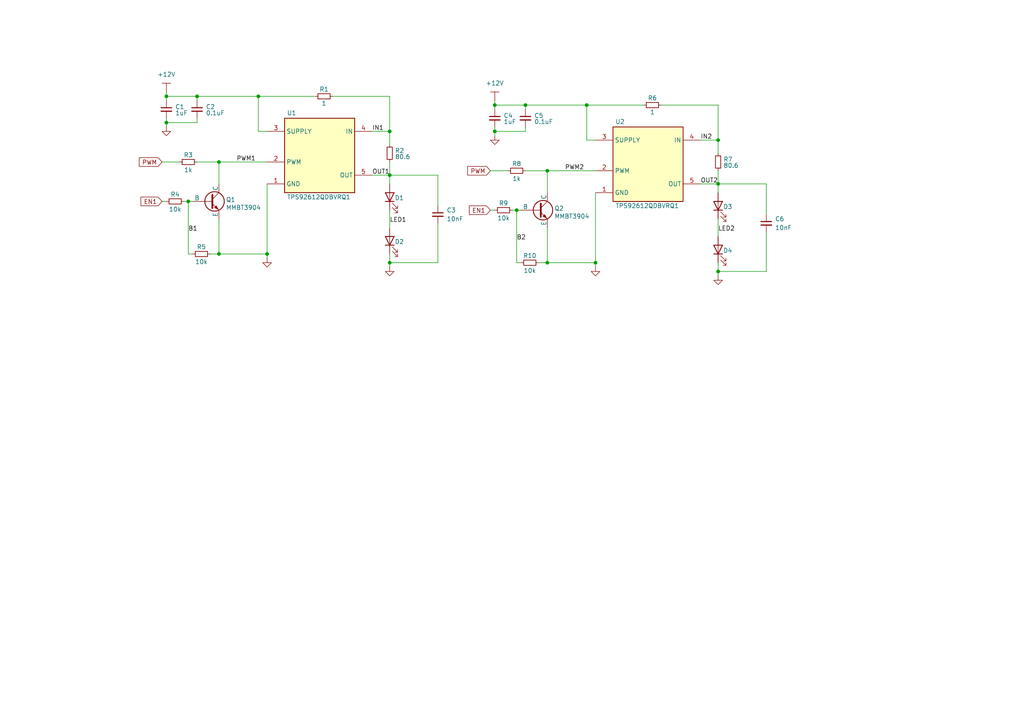
<source format=kicad_sch>
(kicad_sch (version 20250114) (generator "eeschema") (generator_version "9.0")
  (paper "A4")
  (lib_symbols
    (symbol "Device:C_Small" (pin_numbers (hide yes)) (pin_names (offset 0.254) (hide yes))
      (property "Reference" "C" (at 0.254 1.778 0))
      (property "Value" "C_Small" (at 0.254 -2.032 0))
      (symbol "C_Small_0_1"
        (polyline (pts (xy -1.524 0.508) (xy 1.524 0.508)) (stroke (width 0.3048)))
        (polyline (pts (xy -1.524 -0.508) (xy 1.524 -0.508)) (stroke (width 0.3302)))
      )
      (symbol "C_Small_1_1"
        (pin passive line (at 0 2.54 270) (length 2.032) (name "~") (number "1"))
        (pin passive line (at 0 -2.54 90) (length 2.032) (name "~") (number "2"))
      )
    )
    (symbol "Device:R_Small" (pin_numbers (hide yes)) (pin_names (offset 0.254) (hide yes))
      (property "Reference" "R" (at 0 0 90))
      (property "Value" "R_Small" (at 1.778 0 90))
      (symbol "R_Small_0_1"
        (rectangle (start -0.762 1.778) (end 0.762 -1.778) (stroke (width 0.2032)))
      )
      (symbol "R_Small_1_1"
        (pin passive line (at 0 2.54 270) (length 0.762) (name "~") (number "1"))
        (pin passive line (at 0 -2.54 90) (length 0.762) (name "~") (number "2"))
      )
    )
    (symbol "Library:+12V" (power) (pin_numbers (hide yes)) (pin_names (offset 0) (hide yes))
      (property "Value" "+12V" (at 0 3.556 0))
      (symbol "+12V_0_1"
        (polyline (pts (xy -1.27 2.54) (xy 0 2.54)))
        (polyline (pts (xy 0 2.54) (xy 1.27 2.54)))
        (polyline (pts (xy 0 0) (xy 0 2.54)))
      )
      (symbol "+12V_1_1"
        (pin power_in line (at 0 0 90) (length 0) (name "~") (number "1"))
      )
    )
    (symbol "Library:LED" (pin_numbers (hide yes)) (pin_names (offset 1.016) (hide yes))
      (property "Reference" "D1" (at -1.5875 6.35 0))
      (property "Value" "LED" (at -1.5875 3.81 0))
      (symbol "LED_0_1"
        (polyline (pts (xy -3.048 -0.762) (xy -4.572 -2.286) (xy -3.81 -2.286) (xy -4.572 -2.286) (xy -4.572 -1.524)))
        (polyline (pts (xy -1.778 -0.762) (xy -3.302 -2.286) (xy -2.54 -2.286) (xy -3.302 -2.286) (xy -3.302 -1.524)))
        (polyline (pts (xy -1.27 0) (xy 1.27 0)))
        (polyline (pts (xy -1.27 -1.27) (xy -1.27 1.27)) (stroke (width 0.254)))
        (polyline (pts (xy 1.27 -1.27) (xy 1.27 1.27) (xy -1.27 0) (xy 1.27 -1.27)) (stroke (width 0.254)))
      )
      (symbol "LED_1_1"
        (pin passive line (at -3.81 0 0) (length 2.54) (name "K") (number "1"))
        (pin passive line (at -3.81 0 0) (length 2.54) (name "K") (number "2"))
        (pin passive line (at 3.81 0 180) (length 2.54) (name "A") (number "3"))
        (pin passive line (at 3.81 0 180) (length 2.54) (name "A") (number "4"))
      )
    )
    (symbol "Library:MMBT39042-2" (pin_numbers (hide yes)) (pin_names (offset 0))
      (property "Reference" "Q" (at -1.016 3.556 0))
      (property "Value" "MMBT39042" (at -6.35 -3.81 0))
      (symbol "MMBT39042-2_0_1"
        (polyline (pts (xy -2.54 0) (xy 0.635 0)) (stroke (width 0.1524)))
        (polyline (pts (xy 0.635 1.905) (xy 0.635 -1.905) (xy 0.635 -1.905)) (stroke (width 0.508)))
        (polyline (pts (xy 0.635 0.635) (xy 2.54 2.54)))
        (polyline (pts (xy 0.635 -0.635) (xy 2.54 -2.54) (xy 2.54 -2.54)))
        (circle (center 1.27 0) (radius 2.8194) (stroke (width 0.254)))
        (polyline (pts (xy 1.27 -1.778) (xy 1.778 -1.27) (xy 2.286 -2.286) (xy 1.27 -1.778) (xy 1.27 -1.778)) (fill (type outline)))
        (polyline (pts (xy 2.794 -1.27) (xy 2.794 -1.27)) (stroke (width 0.1524)))
        (polyline (pts (xy 2.794 -1.27) (xy 2.794 -1.27)) (stroke (width 0.1524)))
      )
      (symbol "MMBT39042-2_1_1"
        (pin input line (at -5.08 0 0) (length 2.54) (name "B") (number "1"))
        (pin open_collector line (at 2.54 5.08 270) (length 2.54) (name "C") (number "3"))
        (pin open_emitter line (at 2.54 -5.08 90) (length 2.54) (name "E") (number "2"))
      )
    )
    (symbol "Library:TPS92612QDBVRQ1"
      (property "Reference" "U" (at 5.588 4.318 0))
      (property "Value" "TPS92612QDBVRQ1" (at 5.842 -19.812 0))
      (symbol "TPS92612QDBVRQ1_1_1"
        (rectangle (start 5.08 2.54) (end 25.4 -19.05) (stroke (width 0.254)) (fill (type background)))
        (pin passive line (at 0 -1.27 0) (length 5.08) (name "SUPPLY") (number "3"))
        (pin passive line (at 0 -10.16 0) (length 5.08) (name "PWM") (number "2"))
        (pin passive line (at 0 -16.51 0) (length 5.08) (name "GND") (number "1"))
        (pin passive line (at 30.48 -1.27 180) (length 5.08) (name "IN") (number "4"))
        (pin passive line (at 30.48 -13.97 180) (length 5.08) (name "OUT") (number "5"))
      )
    )
    (symbol "power:GND" (power) (pin_numbers (hide yes)) (pin_names (offset 0) (hide yes))
      (property "Value" "GND" (at 0 -3.81 0))
      (symbol "GND_0_1"
        (polyline (pts (xy 0 0) (xy 0 -1.27) (xy 1.27 -1.27) (xy 0 -2.54) (xy -1.27 -1.27) (xy 0 -1.27)))
      )
      (symbol "GND_1_1"
        (pin power_in line (at 0 0 270) (length 0) (name "~") (number "1"))
      )
    )
  )
  (junction (at 158.75 76.2))
  (junction (at 63.5 73.66))
  (junction (at 77.47 73.66))
  (junction (at 158.75 49.53))
  (junction (at 208.28 78.74))
  (junction (at 208.28 53.34))
  (junction (at 143.51 38.1))
  (junction (at 152.4 30.48))
  (junction (at 74.93 27.94))
  (junction (at 54.61 58.42))
  (junction (at 172.72 76.2))
  (junction (at 57.15 27.94))
  (junction (at 113.03 50.8))
  (junction (at 143.51 30.48))
  (junction (at 208.28 40.64))
  (junction (at 149.86 60.96))
  (junction (at 170.18 30.48))
  (junction (at 113.03 76.2))
  (junction (at 113.03 38.1))
  (junction (at 48.26 35.56))
  (junction (at 63.5 46.99))
  (junction (at 48.26 27.94))
  (wire (pts (xy 158.75 66.04) (xy 158.75 76.2)))
  (wire (pts (xy 54.61 58.42) (xy 55.88 58.42)))
  (wire (pts (xy 74.93 27.94) (xy 57.15 27.94)))
  (wire (pts (xy 57.15 27.94) (xy 57.15 29.21)))
  (wire (pts (xy 77.47 74.93) (xy 77.47 73.66)))
  (wire (pts (xy 74.93 38.1) (xy 77.47 38.1)))
  (wire (pts (xy 127 59.69) (xy 127 50.8)))
  (wire (pts (xy 158.75 49.53) (xy 172.72 49.53)))
  (wire (pts (xy 208.28 76.2) (xy 208.28 78.74)))
  (wire (pts (xy 48.26 35.56) (xy 57.15 35.56)))
  (wire (pts (xy 113.03 76.2) (xy 113.03 77.47)))
  (wire (pts (xy 170.18 40.64) (xy 172.72 40.64)))
  (wire (pts (xy 208.28 53.34) (xy 222.25 53.34)))
  (wire (pts (xy 149.86 60.96) (xy 151.13 60.96)))
  (wire (pts (xy 156.21 76.2) (xy 158.75 76.2)))
  (wire (pts (xy 63.5 46.99) (xy 77.47 46.99)))
  (wire (pts (xy 208.28 40.64) (xy 208.28 44.45)))
  (wire (pts (xy 152.4 38.1) (xy 152.4 36.83)))
  (wire (pts (xy 172.72 77.47) (xy 172.72 76.2)))
  (wire (pts (xy 186.69 30.48) (xy 170.18 30.48)))
  (wire (pts (xy 170.18 30.48) (xy 152.4 30.48)))
  (wire (pts (xy 113.03 73.66) (xy 113.03 76.2)))
  (wire (pts (xy 113.03 38.1) (xy 113.03 41.91)))
  (wire (pts (xy 143.51 31.75) (xy 143.51 30.48)))
  (wire (pts (xy 149.86 76.2) (xy 151.13 76.2)))
  (wire (pts (xy 60.96 73.66) (xy 63.5 73.66)))
  (wire (pts (xy 143.51 38.1) (xy 143.51 39.37)))
  (wire (pts (xy 208.28 53.34) (xy 208.28 55.88)))
  (wire (pts (xy 142.24 60.96) (xy 143.51 60.96)))
  (wire (pts (xy 149.86 60.96) (xy 149.86 76.2)))
  (wire (pts (xy 96.52 27.94) (xy 113.03 27.94)))
  (wire (pts (xy 113.03 27.94) (xy 113.03 38.1)))
  (wire (pts (xy 143.51 38.1) (xy 152.4 38.1)))
  (wire (pts (xy 107.95 50.8) (xy 113.03 50.8)))
  (wire (pts (xy 208.28 78.74) (xy 208.28 80.01)))
  (wire (pts (xy 152.4 30.48) (xy 152.4 31.75)))
  (wire (pts (xy 46.99 46.99) (xy 52.07 46.99)))
  (wire (pts (xy 208.28 53.34) (xy 208.28 49.53)))
  (wire (pts (xy 48.26 26.67) (xy 48.26 27.94)))
  (wire (pts (xy 63.5 63.5) (xy 63.5 73.66)))
  (wire (pts (xy 107.95 38.1) (xy 113.03 38.1)))
  (wire (pts (xy 142.24 49.53) (xy 147.32 49.53)))
  (wire (pts (xy 191.77 30.48) (xy 208.28 30.48)))
  (wire (pts (xy 113.03 60.96) (xy 113.03 66.04)))
  (wire (pts (xy 48.26 27.94) (xy 57.15 27.94)))
  (wire (pts (xy 46.99 58.42) (xy 48.26 58.42)))
  (wire (pts (xy 74.93 27.94) (xy 74.93 38.1)))
  (wire (pts (xy 158.75 49.53) (xy 158.75 55.88)))
  (wire (pts (xy 54.61 58.42) (xy 54.61 73.66)))
  (wire (pts (xy 57.15 46.99) (xy 63.5 46.99)))
  (wire (pts (xy 152.4 49.53) (xy 158.75 49.53)))
  (wire (pts (xy 63.5 73.66) (xy 77.47 73.66)))
  (wire (pts (xy 158.75 76.2) (xy 172.72 76.2)))
  (wire (pts (xy 143.51 30.48) (xy 152.4 30.48)))
  (wire (pts (xy 53.34 58.42) (xy 54.61 58.42)))
  (wire (pts (xy 113.03 50.8) (xy 113.03 46.99)))
  (wire (pts (xy 127 76.2) (xy 127 64.77)))
  (wire (pts (xy 48.26 35.56) (xy 48.26 36.83)))
  (wire (pts (xy 203.2 53.34) (xy 208.28 53.34)))
  (wire (pts (xy 222.25 62.23) (xy 222.25 53.34)))
  (wire (pts (xy 77.47 73.66) (xy 77.47 53.34)))
  (wire (pts (xy 208.28 30.48) (xy 208.28 40.64)))
  (wire (pts (xy 63.5 46.99) (xy 63.5 53.34)))
  (wire (pts (xy 170.18 30.48) (xy 170.18 40.64)))
  (wire (pts (xy 172.72 76.2) (xy 172.72 55.88)))
  (wire (pts (xy 143.51 29.21) (xy 143.51 30.48)))
  (wire (pts (xy 113.03 76.2) (xy 127 76.2)))
  (wire (pts (xy 222.25 78.74) (xy 222.25 67.31)))
  (wire (pts (xy 48.26 29.21) (xy 48.26 27.94)))
  (wire (pts (xy 148.59 60.96) (xy 149.86 60.96)))
  (wire (pts (xy 143.51 36.83) (xy 143.51 38.1)))
  (wire (pts (xy 113.03 50.8) (xy 127 50.8)))
  (wire (pts (xy 54.61 73.66) (xy 55.88 73.66)))
  (wire (pts (xy 203.2 40.64) (xy 208.28 40.64)))
  (wire (pts (xy 48.26 34.29) (xy 48.26 35.56)))
  (wire (pts (xy 208.28 63.5) (xy 208.28 68.58)))
  (wire (pts (xy 91.44 27.94) (xy 74.93 27.94)))
  (wire (pts (xy 208.28 78.74) (xy 222.25 78.74)))
  (wire (pts (xy 113.03 50.8) (xy 113.03 53.34)))
  (wire (pts (xy 57.15 35.56) (xy 57.15 34.29)))
  (label "OUT1" (at 107.95 50.8 0))
  (label "LED1" (at 113.03 64.77 0))
  (label "B1" (at 54.61 67.31 0))
  (label "IN1" (at 107.95 38.1 0))
  (label "PWM1" (at 68.58 46.99 0))
  (label "OUT2" (at 203.2 53.34 0))
  (label "LED2" (at 208.28 67.31 0))
  (label "PWM2" (at 163.83 49.53 0))
  (label "B2" (at 149.86 69.85 0))
  (label "IN2" (at 203.2 40.64 0))
  (global_label "PWM" (shape input) (at 46.99 46.99 180) (property "Intersheetrefs" "${INTERSHEET_REFS}" (effects (hide yes))))
  (global_label "PWM" (shape input) (at 142.24 49.53 180) (property "Intersheetrefs" "${INTERSHEET_REFS}" (effects (hide yes))))
  (global_label "EN1" (shape input) (at 46.99 58.42 180) (property "Intersheetrefs" "${INTERSHEET_REFS}" (effects (hide yes))))
  (global_label "EN1" (shape input) (at 142.24 60.96 180) (property "Intersheetrefs" "${INTERSHEET_REFS}" (effects (hide yes))))
  (symbol (lib_id "Library:LED") (at 113.03 69.85 90) (unit 1)
    (property "Reference" "D2" (at 115.824 70.104 90))
    (property "Value" "LED" (effects (hide yes)))
    (property "Footprint" "Library:GWJTLRS1EMLVL5XX531" (effects (hide yes)))
    (property "Description" "Light emitting diode" (effects (hide yes)))
    (property "Sim.Pins" "1=K 2=A" (effects (hide yes)))
  )
  (symbol (lib_id "Device:R_Small") (at 50.8 58.42 90) (unit 1)
    (property "Reference" "R4" (at 50.8 56.388 90))
    (property "Value" "10k" (at 50.8 60.706 90))
    (property "Footprint" "Resistor_SMD:R_0402_1005Metric" (effects (hide yes)))
    (property "Description" "Resistor, small symbol" (effects (hide yes)))
  )
  (symbol (lib_id "Device:C_Small") (at 152.4 34.29 0) (unit 1)
    (property "Reference" "C5" (at 154.94 33.528 0) (effects (justify left)))
    (property "Value" "0.1uF" (at 154.94 35.306 0) (effects (justify left)))
    (property "Footprint" "Capacitor_SMD:C_0603_1608Metric" (effects (hide yes)))
    (property "Description" "Unpolarized capacitor, small symbol" (effects (hide yes)))
  )
  (symbol (lib_id "power:GND") (at 172.72 77.47 0) (unit 1)
    (property "Reference" "#PWR0102" (effects (hide yes)))
    (property "Value" "GND" (effects (hide yes)))
    (property "Description" "Power symbol creates a global label with name \"GND\" , ground" (effects (hide yes)))
  )
  (symbol (lib_id "Device:C_Small") (at 127 62.23 0) (unit 1)
    (property "Reference" "C3" (at 129.54 60.9662 0) (effects (justify left)))
    (property "Value" "10nF" (at 129.54 63.5062 0) (effects (justify left)))
    (property "Footprint" "Capacitor_SMD:C_0402_1005Metric" (effects (hide yes)))
    (property "Description" "Unpolarized capacitor, small symbol" (effects (hide yes)))
  )
  (symbol (lib_id "Library:LED") (at 208.28 72.39 90) (unit 1)
    (property "Reference" "D4" (at 211.074 72.644 90))
    (property "Value" "LED" (effects (hide yes)))
    (property "Footprint" "Library:GWJTLRS1EMLVL5XX531" (effects (hide yes)))
    (property "Description" "Light emitting diode" (effects (hide yes)))
    (property "Sim.Pins" "1=K 2=A" (effects (hide yes)))
  )
  (symbol (lib_id "Library:LED") (at 208.28 59.69 90) (unit 1)
    (property "Reference" "D3" (at 211.074 59.944 90))
    (property "Value" "LED" (effects (hide yes)))
    (property "Footprint" "Library:GWJTLRS1EMLVL5XX531" (effects (hide yes)))
    (property "Description" "Light emitting diode" (effects (hide yes)))
    (property "Sim.Pins" "1=K 2=A" (effects (hide yes)))
  )
  (symbol (lib_id "Device:C_Small") (at 143.51 34.29 0) (unit 1)
    (property "Reference" "C4" (at 146.05 33.528 0) (effects (justify left)))
    (property "Value" "1uF" (at 146.05 35.306 0) (effects (justify left)))
    (property "Footprint" "Capacitor_SMD:C_0805_2012Metric" (effects (hide yes)))
    (property "Description" "Unpolarized capacitor, small symbol" (effects (hide yes)))
  )
  (symbol (lib_id "Device:C_Small") (at 222.25 64.77 0) (unit 1)
    (property "Reference" "C6" (at 224.79 63.5062 0) (effects (justify left)))
    (property "Value" "10nF" (at 224.79 66.0462 0) (effects (justify left)))
    (property "Footprint" "Capacitor_SMD:C_0402_1005Metric" (effects (hide yes)))
    (property "Description" "Unpolarized capacitor, small symbol" (effects (hide yes)))
  )
  (symbol (lib_id "Device:R_Small") (at 58.42 73.66 90) (unit 1)
    (property "Reference" "R5" (at 58.42 71.628 90))
    (property "Value" "10k" (at 58.42 75.946 90))
    (property "Footprint" "Resistor_SMD:R_0402_1005Metric" (effects (hide yes)))
    (property "Description" "Resistor, small symbol" (effects (hide yes)))
  )
  (symbol (lib_id "Device:R_Small") (at 113.03 44.45 0) (unit 1)
    (property "Reference" "R2" (at 114.554 43.688 0) (effects (justify left)))
    (property "Value" "80.6" (at 114.554 45.466 0) (effects (justify left)))
    (property "Footprint" "Resistor_SMD:R_1210_3225Metric" (effects (hide yes)))
    (property "Description" "Resistor, small symbol" (effects (hide yes)))
  )
  (symbol (lib_id "Library:+12V") (at 48.26 26.67 0) (unit 1)
    (property "Reference" "#PWR0108" (effects (hide yes)))
    (property "Value" "+12V" (at 48.26 21.59 0))
    (property "Description" "Power symbol creates a global label with name \"+3.3V\"" (effects (hide yes)))
  )
  (symbol (lib_id "Device:R_Small") (at 149.86 49.53 90) (unit 1)
    (property "Reference" "R8" (at 149.86 47.498 90))
    (property "Value" "1k" (at 149.86 51.816 90))
    (property "Footprint" "Resistor_SMD:R_0402_1005Metric" (effects (hide yes)))
    (property "Description" "Resistor, small symbol" (effects (hide yes)))
  )
  (symbol (lib_id "Library:TPS92612QDBVRQ1") (at 172.72 39.37 0) (unit 1)
    (property "Reference" "U2" (at 179.832 35.306 0))
    (property "Value" "TPS92612QDBVRQ1" (at 187.706 59.69 0))
    (property "Footprint" "Library:SOT95P280X145-5N" (effects (hide yes)))
    (property "Datasheet" "http://www.ti.com/lit/gpn/tps92612-q1" (effects (hide yes)))
    (property "Description" "Automotive Single-Channel LED Driver" (effects (hide yes)))
    (property "Height" "1.45" (effects (hide yes)))
    (property "Manufacturer_Name" "Texas Instruments" (effects (hide yes)))
    (property "Manufacturer_Part_Number" "TPS92612QDBVRQ1" (effects (hide yes)))
    (property "Mouser Part Number" "595-TPS92612QDBVRQ1" (effects (hide yes)))
    (property "Mouser Price/Stock" "https://www.mouser.co.uk/ProductDetail/Texas-Instruments/TPS92612QDBVRQ1?qs=rrS6PyfT74dIoMA9LBoZuQ%3D%3D" (effects (hide yes)))
    (property "Arrow Part Number" "TPS92612QDBVRQ1" (effects (hide yes)))
    (property "Arrow Price/Stock" "https://www.arrow.com/en/products/tps92612qdbvrq1/texas-instruments?utm_currency=USD&region=nac" (effects (hide yes)))
  )
  (symbol (lib_id "Library:LED") (at 113.03 57.15 90) (unit 1)
    (property "Reference" "D1" (at 115.824 57.404 90))
    (property "Value" "LED" (effects (hide yes)))
    (property "Footprint" "Library:GWJTLRS1EMLVL5XX531" (effects (hide yes)))
    (property "Description" "Light emitting diode" (effects (hide yes)))
    (property "Sim.Pins" "1=K 2=A" (effects (hide yes)))
  )
  (symbol (lib_id "power:GND") (at 48.26 36.83 0) (unit 1)
    (property "Reference" "#PWR0107" (effects (hide yes)))
    (property "Value" "GND" (effects (hide yes)))
    (property "Description" "Power symbol creates a global label with name \"GND\" , ground" (effects (hide yes)))
  )
  (symbol (lib_id "Device:R_Small") (at 189.23 30.48 90) (unit 1)
    (property "Reference" "R6" (at 189.23 28.448 90))
    (property "Value" "1" (at 189.23 32.512 90))
    (property "Footprint" "Resistor_SMD:R_0402_1005Metric" (effects (hide yes)))
    (property "Description" "Resistor, small symbol" (effects (hide yes)))
  )
  (symbol (lib_id "power:GND") (at 113.03 77.47 0) (unit 1)
    (property "Reference" "#PWR0101" (effects (hide yes)))
    (property "Value" "GND" (effects (hide yes)))
    (property "Description" "Power symbol creates a global label with name \"GND\" , ground" (effects (hide yes)))
  )
  (symbol (lib_id "Device:C_Small") (at 48.26 31.75 0) (unit 1)
    (property "Reference" "C1" (at 50.8 30.988 0) (effects (justify left)))
    (property "Value" "1uF" (at 50.8 32.766 0) (effects (justify left)))
    (property "Footprint" "Capacitor_SMD:C_0805_2012Metric" (effects (hide yes)))
    (property "Description" "Unpolarized capacitor, small symbol" (effects (hide yes)))
  )
  (symbol (lib_id "Library:+12V") (at 143.51 29.21 0) (unit 1)
    (property "Reference" "#PWR0104" (effects (hide yes)))
    (property "Value" "+12V" (at 143.51 24.13 0))
    (property "Description" "Power symbol creates a global label with name \"+3.3V\"" (effects (hide yes)))
  )
  (symbol (lib_id "Device:R_Small") (at 153.67 76.2 90) (unit 1)
    (property "Reference" "R10" (at 153.67 74.168 90))
    (property "Value" "10k" (at 153.67 78.486 90))
    (property "Footprint" "Resistor_SMD:R_0402_1005Metric" (effects (hide yes)))
    (property "Description" "Resistor, small symbol" (effects (hide yes)))
  )
  (symbol (lib_id "Library:MMBT39042-2") (at 60.96 58.42 0) (unit 1)
    (property "Reference" "Q1" (at 65.532 57.912 0) (effects (justify left)))
    (property "Value" "MMBT3904" (at 65.532 60.198 0) (effects (justify left)))
    (property "Footprint" "Package_TO_SOT_SMD:SOT-416" (effects (hide yes)))
    (property "Datasheet" "https://ngspice.sourceforge.io/docs/ngspice-html-manual/manual.xhtml#cha_BJTs" (effects (hide yes)))
    (property "Description" "Bipolar transistor symbol for simulation only, substrate tied to the emitter" (effects (hide yes)))
    (property "Sim.Device" "NPN" (effects (hide yes)))
    (property "Sim.Type" "GUMMELPOON" (effects (hide yes)))
    (property "Sim.Pins" "1=C 2=B 3=E" (effects (hide yes)))
  )
  (symbol (lib_id "Library:TPS92612QDBVRQ1") (at 77.47 36.83 0) (unit 1)
    (property "Reference" "U1" (at 84.582 32.766 0))
    (property "Value" "TPS92612QDBVRQ1" (at 92.456 57.15 0))
    (property "Footprint" "Library:SOT95P280X145-5N" (effects (hide yes)))
    (property "Datasheet" "http://www.ti.com/lit/gpn/tps92612-q1" (effects (hide yes)))
    (property "Description" "Automotive Single-Channel LED Driver" (effects (hide yes)))
    (property "Height" "1.45" (effects (hide yes)))
    (property "Manufacturer_Name" "Texas Instruments" (effects (hide yes)))
    (property "Manufacturer_Part_Number" "TPS92612QDBVRQ1" (effects (hide yes)))
    (property "Mouser Part Number" "595-TPS92612QDBVRQ1" (effects (hide yes)))
    (property "Mouser Price/Stock" "https://www.mouser.co.uk/ProductDetail/Texas-Instruments/TPS92612QDBVRQ1?qs=rrS6PyfT74dIoMA9LBoZuQ%3D%3D" (effects (hide yes)))
    (property "Arrow Part Number" "TPS92612QDBVRQ1" (effects (hide yes)))
    (property "Arrow Price/Stock" "https://www.arrow.com/en/products/tps92612qdbvrq1/texas-instruments?utm_currency=USD&region=nac" (effects (hide yes)))
  )
  (symbol (lib_id "Device:R_Small") (at 93.98 27.94 90) (unit 1)
    (property "Reference" "R1" (at 93.98 25.908 90))
    (property "Value" "1" (at 93.98 29.972 90))
    (property "Footprint" "Resistor_SMD:R_0402_1005Metric" (effects (hide yes)))
    (property "Description" "Resistor, small symbol" (effects (hide yes)))
  )
  (symbol (lib_id "Device:C_Small") (at 57.15 31.75 0) (unit 1)
    (property "Reference" "C2" (at 59.69 30.988 0) (effects (justify left)))
    (property "Value" "0.1uF" (at 59.69 32.766 0) (effects (justify left)))
    (property "Footprint" "Capacitor_SMD:C_0603_1608Metric" (effects (hide yes)))
    (property "Description" "Unpolarized capacitor, small symbol" (effects (hide yes)))
  )
  (symbol (lib_id "power:GND") (at 77.47 74.93 0) (unit 1)
    (property "Reference" "#PWR0106" (effects (hide yes)))
    (property "Value" "GND" (effects (hide yes)))
    (property "Description" "Power symbol creates a global label with name \"GND\" , ground" (effects (hide yes)))
  )
  (symbol (lib_id "power:GND") (at 143.51 39.37 0) (unit 1)
    (property "Reference" "#PWR0105" (effects (hide yes)))
    (property "Value" "GND" (effects (hide yes)))
    (property "Description" "Power symbol creates a global label with name \"GND\" , ground" (effects (hide yes)))
  )
  (symbol (lib_id "Library:MMBT39042-2") (at 156.21 60.96 0) (unit 1)
    (property "Reference" "Q2" (at 160.782 60.452 0) (effects (justify left)))
    (property "Value" "MMBT3904" (at 160.782 62.738 0) (effects (justify left)))
    (property "Footprint" "Package_TO_SOT_SMD:SOT-416" (effects (hide yes)))
    (property "Datasheet" "https://ngspice.sourceforge.io/docs/ngspice-html-manual/manual.xhtml#cha_BJTs" (effects (hide yes)))
    (property "Description" "Bipolar transistor symbol for simulation only, substrate tied to the emitter" (effects (hide yes)))
    (property "Sim.Device" "NPN" (effects (hide yes)))
    (property "Sim.Type" "GUMMELPOON" (effects (hide yes)))
    (property "Sim.Pins" "1=C 2=B 3=E" (effects (hide yes)))
  )
  (symbol (lib_id "Device:R_Small") (at 208.28 46.99 0) (unit 1)
    (property "Reference" "R7" (at 209.804 46.228 0) (effects (justify left)))
    (property "Value" "80.6" (at 209.804 48.006 0) (effects (justify left)))
    (property "Footprint" "Resistor_SMD:R_1210_3225Metric" (effects (hide yes)))
    (property "Description" "Resistor, small symbol" (effects (hide yes)))
  )
  (symbol (lib_id "power:GND") (at 208.28 80.01 0) (unit 1)
    (property "Reference" "#PWR0103" (effects (hide yes)))
    (property "Value" "GND" (effects (hide yes)))
    (property "Description" "Power symbol creates a global label with name \"GND\" , ground" (effects (hide yes)))
  )
  (symbol (lib_id "Device:R_Small") (at 54.61 46.99 90) (unit 1)
    (property "Reference" "R3" (at 54.61 44.958 90))
    (property "Value" "1k" (at 54.61 49.276 90))
    (property "Footprint" "Resistor_SMD:R_0402_1005Metric" (effects (hide yes)))
    (property "Description" "Resistor, small symbol" (effects (hide yes)))
  )
  (symbol (lib_id "Device:R_Small") (at 146.05 60.96 90) (unit 1)
    (property "Reference" "R9" (at 146.05 58.928 90))
    (property "Value" "10k" (at 146.05 63.246 90))
    (property "Footprint" "Resistor_SMD:R_0402_1005Metric" (effects (hide yes)))
    (property "Description" "Resistor, small symbol" (effects (hide yes)))
  )
)
</source>
